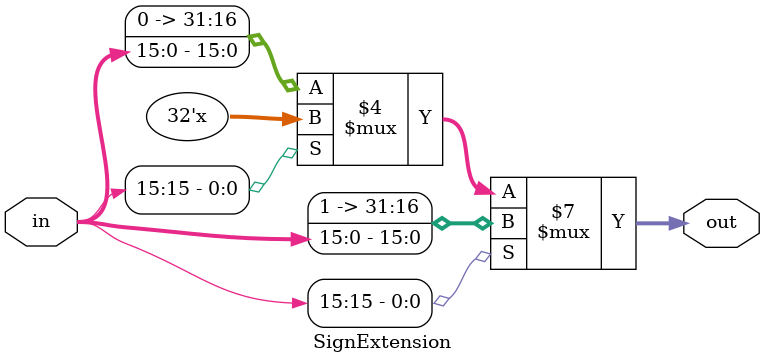
<source format=v>
`timescale 1ns / 1ps
module SignExtension(in, out);

    /* A 16-Bit input word */
    input [15:0] in;
    
    /* A 32-Bit output word */
    output reg [31:0] out;
    
    always @(*)begin
        if(in[15]==1)begin
            out<={16'hFFFF,in[15:0]};
        end
        else if(in[15]==0)begin
            out<={16'b0,in[15:0]};
        end  
    end
endmodule

</source>
